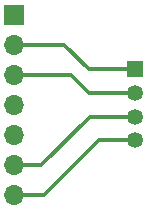
<source format=gbr>
%TF.GenerationSoftware,KiCad,Pcbnew,7.0.10-7.0.10~ubuntu22.04.1*%
%TF.CreationDate,2024-09-08T17:31:15-07:00*%
%TF.ProjectId,xl_maxsonar_adapter,786c5f6d-6178-4736-9f6e-61725f616461,rev?*%
%TF.SameCoordinates,Original*%
%TF.FileFunction,Copper,L1,Top*%
%TF.FilePolarity,Positive*%
%FSLAX46Y46*%
G04 Gerber Fmt 4.6, Leading zero omitted, Abs format (unit mm)*
G04 Created by KiCad (PCBNEW 7.0.10-7.0.10~ubuntu22.04.1) date 2024-09-08 17:31:15*
%MOMM*%
%LPD*%
G01*
G04 APERTURE LIST*
%TA.AperFunction,ComponentPad*%
%ADD10R,1.350000X1.350000*%
%TD*%
%TA.AperFunction,ComponentPad*%
%ADD11C,1.350000*%
%TD*%
%TA.AperFunction,ComponentPad*%
%ADD12R,1.700000X1.700000*%
%TD*%
%TA.AperFunction,ComponentPad*%
%ADD13O,1.700000X1.700000*%
%TD*%
%TA.AperFunction,Conductor*%
%ADD14C,0.300000*%
%TD*%
G04 APERTURE END LIST*
D10*
%TO.P,J2,1,Pin_1*%
%TO.N,/PW*%
X62250000Y-56600000D03*
D11*
%TO.P,J2,2,Pin_2*%
%TO.N,/AN*%
X62250000Y-58600000D03*
%TO.P,J2,3,Pin_3*%
%TO.N,/3V3*%
X62250000Y-60600000D03*
%TO.P,J2,4,Pin_4*%
%TO.N,/GND*%
X62250000Y-62600000D03*
%TD*%
D12*
%TO.P,J1,1,Pin_1*%
%TO.N,unconnected-(J1-Pin_1-Pad1)*%
X52000000Y-52000000D03*
D13*
%TO.P,J1,2,Pin_2*%
%TO.N,/PW*%
X52000000Y-54540000D03*
%TO.P,J1,3,Pin_3*%
%TO.N,/AN*%
X52000000Y-57080000D03*
%TO.P,J1,4,Pin_4*%
%TO.N,unconnected-(J1-Pin_4-Pad4)*%
X52000000Y-59620000D03*
%TO.P,J1,5,Pin_5*%
%TO.N,unconnected-(J1-Pin_5-Pad5)*%
X52000000Y-62160000D03*
%TO.P,J1,6,Pin_6*%
%TO.N,/3V3*%
X52000000Y-64700000D03*
%TO.P,J1,7,Pin_7*%
%TO.N,/GND*%
X52000000Y-67240000D03*
%TD*%
D14*
%TO.N,/PW*%
X56290000Y-54540000D02*
X58350000Y-56600000D01*
X58350000Y-56600000D02*
X62250000Y-56600000D01*
X52000000Y-54540000D02*
X56290000Y-54540000D01*
%TO.N,/AN*%
X52000000Y-57080000D02*
X56830000Y-57080000D01*
X56830000Y-57080000D02*
X58350000Y-58600000D01*
X58350000Y-58600000D02*
X62250000Y-58600000D01*
%TO.N,/3V3*%
X52000000Y-64700000D02*
X54350000Y-64700000D01*
X54350000Y-64700000D02*
X58450000Y-60600000D01*
X58450000Y-60600000D02*
X62250000Y-60600000D01*
%TO.N,/GND*%
X54560000Y-67240000D02*
X59200000Y-62600000D01*
X59200000Y-62600000D02*
X62250000Y-62600000D01*
X52000000Y-67240000D02*
X54560000Y-67240000D01*
%TD*%
M02*

</source>
